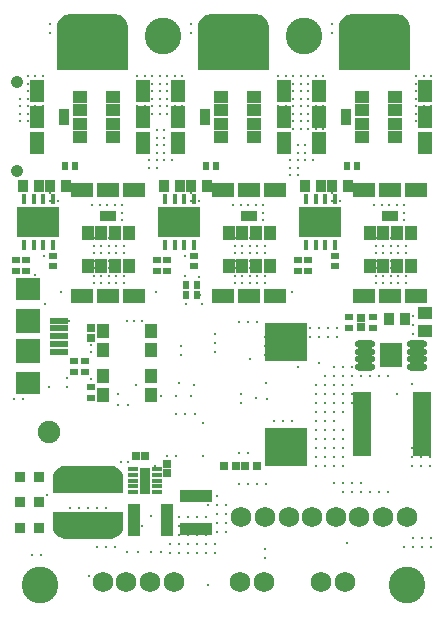
<source format=gts>
G04 Layer_Color=8388736*
%FSAX25Y25*%
%MOIN*%
G70*
G01*
G75*
%ADD46C,0.12205*%
%ADD47C,0.07480*%
%ADD84R,0.01781X0.03750*%
%ADD85R,0.13907X0.10246*%
%ADD86R,0.03356X0.04143*%
%ADD87R,0.14379X0.12900*%
%ADD88R,0.07293X0.04931*%
%ADD89R,0.05718X0.03356*%
%ADD90R,0.03947X0.04931*%
%ADD91R,0.04931X0.07293*%
%ADD92R,0.04931X0.03947*%
%ADD93R,0.03356X0.05718*%
%ADD94R,0.08100X0.08100*%
%ADD95R,0.08100X0.07700*%
%ADD96R,0.06200X0.02000*%
%ADD97R,0.04143X0.04537*%
G04:AMPARAMS|DCode=98|XSize=88.68mil|YSize=234.35mil|CornerRadius=44.34mil|HoleSize=0mil|Usage=FLASHONLY|Rotation=270.000|XOffset=0mil|YOffset=0mil|HoleType=Round|Shape=RoundedRectangle|*
%AMROUNDEDRECTD98*
21,1,0.08868,0.14567,0,0,270.0*
21,1,0.00000,0.23435,0,0,270.0*
1,1,0.08868,-0.07284,0.00000*
1,1,0.08868,-0.07284,0.00000*
1,1,0.08868,0.07284,0.00000*
1,1,0.08868,0.07284,0.00000*
%
%ADD98ROUNDEDRECTD98*%
%ADD99R,0.02765X0.03159*%
%ADD100R,0.07411X0.07883*%
%ADD101O,0.06702X0.02372*%
%ADD102R,0.03750X0.08789*%
%ADD103R,0.03356X0.01781*%
%ADD104R,0.05915X0.21466*%
%ADD105R,0.04340X0.10836*%
%ADD106R,0.10836X0.04340*%
%ADD107R,0.04537X0.04143*%
%ADD108R,0.02647X0.02647*%
%ADD109R,0.02765X0.02372*%
%ADD110R,0.02372X0.02765*%
%ADD111R,0.02647X0.02647*%
%ADD112R,0.03356X0.03750*%
%ADD113C,0.04143*%
%ADD114C,0.06900*%
%ADD115C,0.01200*%
G36*
X0561680Y0260612D02*
D01*
X0561680D01*
X0562067Y0260612D01*
X0562073Y0260611D01*
X0562079Y0260612D01*
X0562097Y0260610D01*
X0562114Y0260608D01*
X0562120Y0260607D01*
X0562126Y0260606D01*
X0562887Y0260455D01*
X0562892Y0260453D01*
X0562898Y0260452D01*
X0562915Y0260447D01*
X0562932Y0260442D01*
X0562937Y0260439D01*
X0562943Y0260438D01*
X0563659Y0260141D01*
X0563665Y0260138D01*
X0563670Y0260136D01*
X0563686Y0260127D01*
X0563702Y0260119D01*
X0563706Y0260116D01*
X0563712Y0260113D01*
X0564356Y0259682D01*
X0564361Y0259679D01*
X0564366Y0259675D01*
X0564379Y0259664D01*
X0564393Y0259653D01*
X0564397Y0259649D01*
X0564402Y0259645D01*
X0564950Y0259096D01*
X0564954Y0259092D01*
X0564958Y0259088D01*
X0564969Y0259074D01*
X0564981Y0259061D01*
X0564984Y0259055D01*
X0564988Y0259051D01*
X0565418Y0258406D01*
X0565421Y0258401D01*
X0565425Y0258396D01*
X0565433Y0258380D01*
X0565442Y0258365D01*
X0565444Y0258359D01*
X0565446Y0258354D01*
X0565743Y0257638D01*
X0565745Y0257632D01*
X0565747Y0257627D01*
X0565752Y0257610D01*
X0565758Y0257593D01*
X0565759Y0257587D01*
X0565760Y0257581D01*
X0565911Y0256821D01*
X0565912Y0256815D01*
X0565913Y0256809D01*
X0565915Y0256791D01*
X0565917Y0256774D01*
X0565917Y0256768D01*
X0565917Y0256762D01*
Y0256377D01*
X0565917Y0256377D01*
X0565917Y0256376D01*
Y0256375D01*
X0565917Y0256374D01*
X0565917Y0252043D01*
X0565913Y0251996D01*
X0565903Y0251950D01*
X0565884Y0251907D01*
X0565860Y0251866D01*
X0565829Y0251831D01*
X0565793Y0251800D01*
X0565753Y0251775D01*
X0565709Y0251757D01*
X0565663Y0251746D01*
X0565616Y0251742D01*
X0542782D01*
X0542782D01*
D01*
X0542735Y0251746D01*
X0542689Y0251757D01*
X0542671Y0251765D01*
X0542645Y0251775D01*
X0542605Y0251800D01*
X0542569Y0251831D01*
Y0251831D01*
X0542569D01*
X0542538Y0251866D01*
X0542514Y0251907D01*
X0542503Y0251932D01*
X0542496Y0251950D01*
X0542485Y0251996D01*
X0542481Y0252043D01*
Y0252043D01*
D01*
X0542481Y0256374D01*
X0542481Y0256762D01*
X0542482Y0256768D01*
X0542481Y0256773D01*
X0542483Y0256791D01*
X0542485Y0256809D01*
X0542486Y0256814D01*
X0542487Y0256820D01*
X0542638Y0257581D01*
X0542640Y0257587D01*
X0542641Y0257593D01*
X0542646Y0257609D01*
X0542651Y0257626D01*
X0542653Y0257632D01*
X0542655Y0257637D01*
X0542952Y0258354D01*
X0542955Y0258359D01*
X0542957Y0258365D01*
X0542965Y0258380D01*
X0542973Y0258396D01*
X0542977Y0258401D01*
X0542980Y0258406D01*
X0543410Y0259051D01*
X0543414Y0259055D01*
X0543417Y0259060D01*
X0543429Y0259074D01*
X0543440Y0259088D01*
X0543444Y0259092D01*
X0543448Y0259096D01*
X0543996Y0259645D01*
X0544001Y0259648D01*
X0544005Y0259653D01*
X0544019Y0259664D01*
X0544032Y0259675D01*
X0544037Y0259679D01*
X0544042Y0259682D01*
X0544687Y0260113D01*
X0544692Y0260116D01*
X0544697Y0260119D01*
X0544712Y0260127D01*
X0544728Y0260136D01*
X0544733Y0260138D01*
X0544739Y0260141D01*
X0545455Y0260438D01*
X0545461Y0260439D01*
X0545466Y0260442D01*
X0545483Y0260447D01*
X0545500Y0260452D01*
X0545506Y0260453D01*
X0545512Y0260455D01*
X0546272Y0260606D01*
X0546278Y0260607D01*
X0546284Y0260608D01*
X0546302Y0260610D01*
X0546319Y0260612D01*
X0546325Y0260611D01*
X0546331Y0260612D01*
X0546718Y0260612D01*
X0546719Y0260612D01*
X0561680Y0260612D01*
D02*
G37*
G36*
X0565627Y0245257D02*
X0565663Y0245254D01*
X0565709Y0245243D01*
X0565709Y0245243D01*
X0565709D01*
X0565753Y0245225D01*
X0565787Y0245204D01*
X0565793Y0245200D01*
X0565793Y0245200D01*
X0565793Y0245200D01*
X0565817Y0245180D01*
X0565829Y0245169D01*
X0565829Y0245169D01*
X0565829Y0245169D01*
X0565839Y0245157D01*
X0565860Y0245134D01*
X0565860Y0245134D01*
X0565860Y0245134D01*
X0565864Y0245127D01*
X0565884Y0245093D01*
X0565902Y0245050D01*
Y0245050D01*
X0565902Y0245050D01*
X0565913Y0245004D01*
X0565916Y0244968D01*
X0565917Y0244957D01*
X0565918Y0240626D01*
X0565918Y0240626D01*
X0565917Y0240238D01*
X0565917Y0240232D01*
X0565917Y0240226D01*
X0565915Y0240209D01*
X0565914Y0240191D01*
X0565912Y0240185D01*
X0565912Y0240179D01*
X0565760Y0239419D01*
X0565759Y0239413D01*
X0565758Y0239407D01*
X0565752Y0239390D01*
X0565747Y0239373D01*
X0565745Y0239368D01*
X0565743Y0239362D01*
X0565446Y0238646D01*
X0565444Y0238640D01*
X0565442Y0238635D01*
X0565433Y0238619D01*
X0565425Y0238604D01*
X0565421Y0238599D01*
X0565418Y0238594D01*
X0564988Y0237949D01*
X0564984Y0237944D01*
X0564981Y0237939D01*
X0564969Y0237926D01*
X0564958Y0237912D01*
X0564954Y0237908D01*
X0564950Y0237903D01*
X0564402Y0237355D01*
X0564397Y0237351D01*
X0564393Y0237347D01*
X0564379Y0237336D01*
X0564366Y0237324D01*
X0564361Y0237321D01*
X0564356Y0237317D01*
X0563711Y0236887D01*
X0563706Y0236884D01*
X0563701Y0236880D01*
X0563686Y0236872D01*
X0563670Y0236864D01*
X0563664Y0236862D01*
X0563659Y0236859D01*
X0562943Y0236562D01*
X0562937Y0236560D01*
X0562932Y0236558D01*
X0562915Y0236553D01*
X0562898Y0236548D01*
X0562892Y0236547D01*
X0562886Y0236545D01*
X0562126Y0236394D01*
X0562120Y0236393D01*
X0562114Y0236392D01*
X0562096Y0236390D01*
X0562079Y0236388D01*
X0562073Y0236388D01*
X0562067Y0236388D01*
X0561679D01*
X0546719Y0236388D01*
X0546719Y0236388D01*
X0546331Y0236388D01*
X0546325Y0236388D01*
X0546319Y0236388D01*
X0546302Y0236390D01*
X0546284Y0236392D01*
X0546278Y0236393D01*
X0546273Y0236394D01*
X0545512Y0236545D01*
X0545506Y0236547D01*
X0545500Y0236548D01*
X0545483Y0236553D01*
X0545466Y0236558D01*
X0545461Y0236560D01*
X0545455Y0236562D01*
X0544739Y0236859D01*
X0544734Y0236862D01*
X0544728Y0236864D01*
X0544713Y0236872D01*
X0544697Y0236880D01*
X0544692Y0236884D01*
X0544687Y0236887D01*
X0544042Y0237318D01*
X0544037Y0237321D01*
X0544032Y0237324D01*
X0544019Y0237336D01*
X0544005Y0237347D01*
X0544001Y0237351D01*
X0543996Y0237355D01*
X0543448Y0237903D01*
X0543444Y0237908D01*
X0543440Y0237912D01*
X0543429Y0237926D01*
X0543417Y0237939D01*
X0543414Y0237945D01*
X0543411Y0237949D01*
X0542980Y0238594D01*
X0542977Y0238599D01*
X0542973Y0238604D01*
X0542965Y0238620D01*
X0542957Y0238635D01*
X0542955Y0238641D01*
X0542952Y0238646D01*
X0542655Y0239362D01*
X0542653Y0239368D01*
X0542651Y0239373D01*
X0542646Y0239390D01*
X0542640Y0239407D01*
X0542639Y0239413D01*
X0542638Y0239419D01*
X0542487Y0240179D01*
X0542486Y0240185D01*
X0542485Y0240191D01*
X0542483Y0240209D01*
X0542481Y0240226D01*
X0542481Y0240232D01*
X0542481Y0240238D01*
X0542481Y0240626D01*
D01*
Y0240626D01*
X0542481Y0244957D01*
Y0244957D01*
D01*
X0542484Y0245004D01*
X0542495Y0245050D01*
X0542513Y0245093D01*
X0542528Y0245118D01*
X0542538Y0245134D01*
X0542569Y0245169D01*
X0542569D01*
Y0245169D01*
X0542605Y0245200D01*
X0542620Y0245210D01*
X0542645Y0245225D01*
X0542689Y0245243D01*
X0542734Y0245254D01*
X0542781Y0245258D01*
X0542781D01*
D01*
X0565616D01*
X0565627Y0245257D01*
D02*
G37*
G36*
X0563200Y0411301D02*
X0563593Y0411301D01*
X0563599Y0411300D01*
X0563605Y0411301D01*
X0563622Y0411299D01*
X0563640Y0411297D01*
X0563646Y0411296D01*
X0563652Y0411295D01*
X0564425Y0411141D01*
X0564430Y0411140D01*
X0564436Y0411139D01*
X0564453Y0411133D01*
X0564470Y0411129D01*
X0564475Y0411126D01*
X0564481Y0411124D01*
X0565209Y0410823D01*
X0565214Y0410820D01*
X0565220Y0410818D01*
X0565235Y0410809D01*
X0565251Y0410801D01*
X0565256Y0410798D01*
X0565261Y0410795D01*
X0565916Y0410357D01*
X0565921Y0410354D01*
X0565926Y0410351D01*
X0565939Y0410339D01*
X0565953Y0410328D01*
X0565957Y0410324D01*
X0565962Y0410320D01*
X0566519Y0409763D01*
X0566523Y0409758D01*
X0566527Y0409754D01*
X0566538Y0409740D01*
X0566550Y0409727D01*
X0566553Y0409722D01*
X0566556Y0409717D01*
X0566994Y0409062D01*
X0566997Y0409057D01*
X0567000Y0409052D01*
X0567008Y0409036D01*
X0567017Y0409021D01*
X0567019Y0409015D01*
X0567022Y0409010D01*
X0567323Y0408282D01*
X0567325Y0408276D01*
X0567328Y0408271D01*
X0567333Y0408254D01*
X0567338Y0408237D01*
X0567339Y0408231D01*
X0567341Y0408225D01*
X0567494Y0407453D01*
X0567495Y0407447D01*
X0567496Y0407441D01*
X0567498Y0407423D01*
X0567500Y0407406D01*
X0567500Y0407400D01*
X0567500Y0407394D01*
Y0407000D01*
X0567500Y0393000D01*
X0567496Y0392953D01*
X0567485Y0392907D01*
X0567467Y0392863D01*
X0567443Y0392823D01*
X0567412Y0392787D01*
X0567376Y0392757D01*
X0567336Y0392732D01*
X0567292Y0392714D01*
X0567246Y0392703D01*
X0567199Y0392699D01*
X0544199D01*
X0544152Y0392703D01*
X0544106Y0392714D01*
X0544063Y0392732D01*
X0544022Y0392757D01*
X0543986Y0392787D01*
X0543956Y0392823D01*
X0543931Y0392863D01*
X0543913Y0392907D01*
X0543902Y0392953D01*
X0543898Y0393000D01*
X0543898Y0407000D01*
X0543898Y0407394D01*
X0543899Y0407400D01*
X0543898Y0407406D01*
X0543900Y0407423D01*
X0543902Y0407441D01*
X0543903Y0407447D01*
X0543904Y0407453D01*
X0544058Y0408225D01*
X0544059Y0408231D01*
X0544060Y0408237D01*
X0544066Y0408254D01*
X0544070Y0408271D01*
X0544073Y0408276D01*
X0544075Y0408282D01*
X0544376Y0409010D01*
X0544379Y0409015D01*
X0544381Y0409021D01*
X0544390Y0409036D01*
X0544398Y0409052D01*
X0544401Y0409057D01*
X0544404Y0409062D01*
X0544842Y0409717D01*
X0544845Y0409722D01*
X0544849Y0409727D01*
X0544860Y0409740D01*
X0544871Y0409754D01*
X0544875Y0409758D01*
X0544879Y0409763D01*
X0545436Y0410320D01*
X0545441Y0410324D01*
X0545445Y0410328D01*
X0545459Y0410339D01*
X0545472Y0410351D01*
X0545477Y0410354D01*
X0545482Y0410357D01*
X0546137Y0410795D01*
X0546142Y0410798D01*
X0546147Y0410801D01*
X0546163Y0410809D01*
X0546178Y0410818D01*
X0546184Y0410820D01*
X0546189Y0410823D01*
X0546917Y0411124D01*
X0546923Y0411126D01*
X0546928Y0411129D01*
X0546945Y0411133D01*
X0546962Y0411139D01*
X0546968Y0411140D01*
X0546974Y0411141D01*
X0547746Y0411295D01*
X0547752Y0411296D01*
X0547758Y0411297D01*
X0547776Y0411299D01*
X0547793Y0411301D01*
X0547799Y0411301D01*
X0547805Y0411301D01*
X0548199Y0411301D01*
X0563199Y0411301D01*
X0563200Y0411301D01*
D02*
G37*
G36*
X0657200D02*
X0657593Y0411301D01*
X0657599Y0411300D01*
X0657605Y0411301D01*
X0657622Y0411299D01*
X0657640Y0411297D01*
X0657646Y0411296D01*
X0657652Y0411295D01*
X0658425Y0411141D01*
X0658430Y0411140D01*
X0658436Y0411139D01*
X0658453Y0411133D01*
X0658470Y0411129D01*
X0658475Y0411126D01*
X0658481Y0411124D01*
X0659209Y0410823D01*
X0659214Y0410820D01*
X0659220Y0410818D01*
X0659235Y0410809D01*
X0659251Y0410801D01*
X0659256Y0410798D01*
X0659261Y0410795D01*
X0659916Y0410357D01*
X0659921Y0410354D01*
X0659926Y0410351D01*
X0659939Y0410339D01*
X0659953Y0410328D01*
X0659957Y0410324D01*
X0659962Y0410320D01*
X0660519Y0409763D01*
X0660523Y0409758D01*
X0660527Y0409754D01*
X0660538Y0409740D01*
X0660550Y0409727D01*
X0660553Y0409722D01*
X0660556Y0409717D01*
X0660994Y0409062D01*
X0660997Y0409057D01*
X0661000Y0409052D01*
X0661009Y0409036D01*
X0661017Y0409021D01*
X0661019Y0409015D01*
X0661022Y0409010D01*
X0661323Y0408282D01*
X0661325Y0408276D01*
X0661328Y0408271D01*
X0661333Y0408254D01*
X0661338Y0408237D01*
X0661339Y0408231D01*
X0661341Y0408225D01*
X0661494Y0407453D01*
X0661495Y0407447D01*
X0661496Y0407441D01*
X0661498Y0407423D01*
X0661500Y0407406D01*
X0661500Y0407400D01*
X0661500Y0407394D01*
Y0407000D01*
X0661500Y0393000D01*
X0661496Y0392953D01*
X0661485Y0392907D01*
X0661467Y0392863D01*
X0661443Y0392823D01*
X0661412Y0392787D01*
X0661376Y0392757D01*
X0661336Y0392732D01*
X0661292Y0392714D01*
X0661246Y0392703D01*
X0661199Y0392699D01*
X0638199D01*
X0638152Y0392703D01*
X0638106Y0392714D01*
X0638062Y0392732D01*
X0638022Y0392757D01*
X0637986Y0392787D01*
X0637956Y0392823D01*
X0637931Y0392863D01*
X0637913Y0392907D01*
X0637902Y0392953D01*
X0637898Y0393000D01*
X0637898Y0407000D01*
X0637898Y0407394D01*
X0637899Y0407400D01*
X0637898Y0407406D01*
X0637900Y0407423D01*
X0637902Y0407441D01*
X0637903Y0407447D01*
X0637904Y0407453D01*
X0638058Y0408225D01*
X0638059Y0408231D01*
X0638060Y0408237D01*
X0638066Y0408254D01*
X0638070Y0408271D01*
X0638073Y0408276D01*
X0638075Y0408282D01*
X0638376Y0409010D01*
X0638379Y0409015D01*
X0638381Y0409021D01*
X0638390Y0409036D01*
X0638398Y0409052D01*
X0638401Y0409057D01*
X0638404Y0409062D01*
X0638842Y0409717D01*
X0638845Y0409722D01*
X0638849Y0409727D01*
X0638860Y0409740D01*
X0638871Y0409754D01*
X0638875Y0409758D01*
X0638879Y0409763D01*
X0639436Y0410320D01*
X0639441Y0410324D01*
X0639445Y0410328D01*
X0639459Y0410339D01*
X0639472Y0410351D01*
X0639477Y0410354D01*
X0639482Y0410357D01*
X0640137Y0410795D01*
X0640142Y0410798D01*
X0640147Y0410801D01*
X0640163Y0410809D01*
X0640178Y0410818D01*
X0640184Y0410820D01*
X0640189Y0410823D01*
X0640917Y0411124D01*
X0640923Y0411126D01*
X0640928Y0411129D01*
X0640945Y0411133D01*
X0640962Y0411139D01*
X0640968Y0411140D01*
X0640974Y0411141D01*
X0641746Y0411295D01*
X0641752Y0411296D01*
X0641758Y0411297D01*
X0641776Y0411299D01*
X0641793Y0411301D01*
X0641799Y0411301D01*
X0641805Y0411301D01*
X0642199Y0411301D01*
X0657199Y0411301D01*
X0657200Y0411301D01*
D02*
G37*
G36*
X0610200D02*
X0610593Y0411301D01*
X0610599Y0411300D01*
X0610605Y0411301D01*
X0610622Y0411299D01*
X0610640Y0411297D01*
X0610646Y0411296D01*
X0610652Y0411295D01*
X0611425Y0411141D01*
X0611430Y0411140D01*
X0611436Y0411139D01*
X0611453Y0411133D01*
X0611470Y0411129D01*
X0611476Y0411126D01*
X0611481Y0411124D01*
X0612209Y0410823D01*
X0612214Y0410820D01*
X0612220Y0410818D01*
X0612235Y0410809D01*
X0612251Y0410801D01*
X0612256Y0410798D01*
X0612261Y0410795D01*
X0612916Y0410357D01*
X0612921Y0410354D01*
X0612926Y0410351D01*
X0612939Y0410339D01*
X0612953Y0410328D01*
X0612957Y0410324D01*
X0612962Y0410320D01*
X0613519Y0409763D01*
X0613523Y0409758D01*
X0613527Y0409754D01*
X0613538Y0409740D01*
X0613550Y0409727D01*
X0613553Y0409722D01*
X0613556Y0409717D01*
X0613994Y0409062D01*
X0613997Y0409057D01*
X0614000Y0409052D01*
X0614009Y0409036D01*
X0614017Y0409021D01*
X0614019Y0409015D01*
X0614022Y0409010D01*
X0614323Y0408282D01*
X0614325Y0408276D01*
X0614328Y0408271D01*
X0614332Y0408254D01*
X0614338Y0408237D01*
X0614339Y0408231D01*
X0614340Y0408225D01*
X0614494Y0407453D01*
X0614495Y0407447D01*
X0614496Y0407441D01*
X0614498Y0407423D01*
X0614500Y0407406D01*
X0614500Y0407400D01*
X0614500Y0407394D01*
Y0407000D01*
X0614500Y0393000D01*
X0614496Y0392953D01*
X0614485Y0392907D01*
X0614467Y0392863D01*
X0614443Y0392823D01*
X0614412Y0392787D01*
X0614376Y0392757D01*
X0614336Y0392732D01*
X0614292Y0392714D01*
X0614246Y0392703D01*
X0614199Y0392699D01*
X0591199D01*
X0591152Y0392703D01*
X0591106Y0392714D01*
X0591062Y0392732D01*
X0591022Y0392757D01*
X0590986Y0392787D01*
X0590956Y0392823D01*
X0590931Y0392863D01*
X0590913Y0392907D01*
X0590902Y0392953D01*
X0590898Y0393000D01*
X0590898Y0407000D01*
X0590898Y0407394D01*
X0590899Y0407400D01*
X0590898Y0407406D01*
X0590901Y0407423D01*
X0590902Y0407441D01*
X0590903Y0407447D01*
X0590904Y0407453D01*
X0591058Y0408225D01*
X0591059Y0408231D01*
X0591060Y0408237D01*
X0591066Y0408254D01*
X0591071Y0408271D01*
X0591073Y0408276D01*
X0591075Y0408282D01*
X0591376Y0409010D01*
X0591379Y0409015D01*
X0591381Y0409021D01*
X0591390Y0409036D01*
X0591398Y0409052D01*
X0591401Y0409057D01*
X0591404Y0409062D01*
X0591842Y0409717D01*
X0591846Y0409722D01*
X0591849Y0409727D01*
X0591860Y0409740D01*
X0591871Y0409754D01*
X0591876Y0409758D01*
X0591879Y0409763D01*
X0592436Y0410320D01*
X0592441Y0410324D01*
X0592445Y0410328D01*
X0592459Y0410339D01*
X0592472Y0410351D01*
X0592477Y0410354D01*
X0592482Y0410357D01*
X0593137Y0410795D01*
X0593142Y0410798D01*
X0593147Y0410801D01*
X0593163Y0410809D01*
X0593178Y0410818D01*
X0593184Y0410820D01*
X0593189Y0410823D01*
X0593917Y0411124D01*
X0593923Y0411126D01*
X0593928Y0411129D01*
X0593945Y0411133D01*
X0593962Y0411139D01*
X0593968Y0411140D01*
X0593974Y0411141D01*
X0594746Y0411295D01*
X0594752Y0411296D01*
X0594758Y0411297D01*
X0594776Y0411299D01*
X0594793Y0411301D01*
X0594799Y0411301D01*
X0594805Y0411301D01*
X0595199Y0411301D01*
X0610199Y0411301D01*
X0610200Y0411301D01*
D02*
G37*
D46*
X0538199Y0221000D02*
D03*
X0660699D02*
D03*
X0626199Y0404000D02*
D03*
X0579199D02*
D03*
D47*
X0541239Y0271970D02*
D03*
D84*
X0542423Y0349776D02*
D03*
X0539274D02*
D03*
X0536124D02*
D03*
X0532975D02*
D03*
X0542423Y0334224D02*
D03*
X0539274D02*
D03*
X0536124D02*
D03*
X0532975D02*
D03*
X0579975D02*
D03*
X0583124D02*
D03*
X0586274D02*
D03*
X0589424D02*
D03*
X0579975Y0349776D02*
D03*
X0583124D02*
D03*
X0586274D02*
D03*
X0589424D02*
D03*
X0636423D02*
D03*
X0633274D02*
D03*
X0630124D02*
D03*
X0626975D02*
D03*
X0636423Y0334224D02*
D03*
X0633274D02*
D03*
X0630124D02*
D03*
X0626975D02*
D03*
D85*
X0537699Y0342000D02*
D03*
X0584699D02*
D03*
X0631699D02*
D03*
D86*
X0546955Y0354000D02*
D03*
X0541443D02*
D03*
X0659955Y0309500D02*
D03*
X0654443D02*
D03*
X0640955Y0354000D02*
D03*
X0635443D02*
D03*
X0593955D02*
D03*
X0588443D02*
D03*
X0537955Y0354000D02*
D03*
X0532443D02*
D03*
X0584955D02*
D03*
X0579443D02*
D03*
X0631955D02*
D03*
X0626443D02*
D03*
D87*
X0620349Y0266900D02*
D03*
Y0302100D02*
D03*
D88*
X0663661Y0352716D02*
D03*
X0655000D02*
D03*
X0646339D02*
D03*
Y0317284D02*
D03*
X0655000D02*
D03*
X0663661D02*
D03*
X0616661D02*
D03*
X0608000D02*
D03*
X0599339D02*
D03*
Y0352716D02*
D03*
X0608000D02*
D03*
X0616661D02*
D03*
X0569661D02*
D03*
X0561000D02*
D03*
X0552339D02*
D03*
Y0317284D02*
D03*
X0561000D02*
D03*
X0569661D02*
D03*
D89*
X0655000Y0343858D02*
D03*
X0608000D02*
D03*
X0561000D02*
D03*
D90*
X0648209Y0338347D02*
D03*
X0652736D02*
D03*
X0657264D02*
D03*
X0661791D02*
D03*
Y0327323D02*
D03*
X0657264D02*
D03*
X0652736D02*
D03*
X0648209D02*
D03*
X0601209D02*
D03*
X0605736D02*
D03*
X0610264D02*
D03*
X0614791D02*
D03*
Y0338347D02*
D03*
X0610264D02*
D03*
X0605736D02*
D03*
X0601209D02*
D03*
X0554209D02*
D03*
X0558736D02*
D03*
X0563264D02*
D03*
X0567791D02*
D03*
Y0327323D02*
D03*
X0563264D02*
D03*
X0558736D02*
D03*
X0554209D02*
D03*
D91*
X0666716Y0385661D02*
D03*
Y0377000D02*
D03*
Y0368339D02*
D03*
X0631284D02*
D03*
Y0377000D02*
D03*
Y0385661D02*
D03*
X0584283D02*
D03*
Y0377000D02*
D03*
Y0368339D02*
D03*
X0619717D02*
D03*
Y0377000D02*
D03*
Y0385661D02*
D03*
X0572717D02*
D03*
Y0377000D02*
D03*
Y0368339D02*
D03*
X0537284D02*
D03*
Y0377000D02*
D03*
Y0385661D02*
D03*
D92*
X0656677Y0370209D02*
D03*
Y0374736D02*
D03*
Y0379264D02*
D03*
Y0383791D02*
D03*
X0645653D02*
D03*
Y0379264D02*
D03*
Y0374736D02*
D03*
Y0370209D02*
D03*
X0598654D02*
D03*
Y0374736D02*
D03*
Y0379264D02*
D03*
Y0383791D02*
D03*
X0609677D02*
D03*
Y0379264D02*
D03*
Y0374736D02*
D03*
Y0370209D02*
D03*
X0562677D02*
D03*
Y0374736D02*
D03*
Y0379264D02*
D03*
Y0383791D02*
D03*
X0551653D02*
D03*
Y0379264D02*
D03*
Y0374736D02*
D03*
Y0370209D02*
D03*
D93*
X0640142Y0377000D02*
D03*
X0593142D02*
D03*
X0546142D02*
D03*
D94*
X0534199Y0299000D02*
D03*
Y0309000D02*
D03*
D95*
Y0288200D02*
D03*
Y0319748D02*
D03*
D96*
X0544699Y0301400D02*
D03*
Y0304000D02*
D03*
Y0306559D02*
D03*
Y0298800D02*
D03*
Y0309118D02*
D03*
D97*
X0575270Y0284350D02*
D03*
Y0290650D02*
D03*
X0559128Y0284350D02*
D03*
Y0290650D02*
D03*
Y0305650D02*
D03*
Y0299350D02*
D03*
X0575270Y0305650D02*
D03*
Y0299350D02*
D03*
D98*
X0554199Y0256177D02*
D03*
Y0240823D02*
D03*
D99*
X0606731Y0260500D02*
D03*
X0610668D02*
D03*
X0603668Y0260500D02*
D03*
X0599731D02*
D03*
D100*
X0655199Y0297500D02*
D03*
D101*
X0646636Y0301339D02*
D03*
Y0298780D02*
D03*
Y0296220D02*
D03*
Y0293661D02*
D03*
X0663762Y0301339D02*
D03*
Y0298780D02*
D03*
Y0296220D02*
D03*
Y0293661D02*
D03*
D102*
X0573199Y0255801D02*
D03*
D103*
X0577097Y0251864D02*
D03*
X0569302D02*
D03*
Y0253832D02*
D03*
Y0255801D02*
D03*
Y0257769D02*
D03*
Y0259738D02*
D03*
X0577097D02*
D03*
Y0257769D02*
D03*
Y0255801D02*
D03*
Y0253832D02*
D03*
D104*
X0665591Y0274500D02*
D03*
X0645709D02*
D03*
D105*
X0580711Y0242801D02*
D03*
X0569687D02*
D03*
D106*
X0590199Y0239500D02*
D03*
Y0250524D02*
D03*
D107*
X0666699Y0311799D02*
D03*
Y0305500D02*
D03*
D108*
X0555199Y0306575D02*
D03*
Y0303425D02*
D03*
X0580699Y0261376D02*
D03*
Y0258226D02*
D03*
X0645199Y0306925D02*
D03*
Y0310075D02*
D03*
D109*
X0624199Y0325728D02*
D03*
Y0329272D02*
D03*
X0577199Y0325728D02*
D03*
Y0329272D02*
D03*
X0530199Y0325728D02*
D03*
Y0329272D02*
D03*
X0627699Y0329272D02*
D03*
Y0325728D02*
D03*
X0580699Y0329272D02*
D03*
Y0325728D02*
D03*
X0533699Y0329272D02*
D03*
Y0325728D02*
D03*
X0553199Y0291957D02*
D03*
Y0295500D02*
D03*
X0549699Y0291957D02*
D03*
Y0295500D02*
D03*
X0555199Y0283457D02*
D03*
Y0287000D02*
D03*
X0542699Y0327228D02*
D03*
Y0330772D02*
D03*
X0589699Y0327228D02*
D03*
Y0330772D02*
D03*
X0636699Y0327228D02*
D03*
Y0330772D02*
D03*
X0641199Y0306728D02*
D03*
Y0310272D02*
D03*
X0649199Y0306728D02*
D03*
Y0310272D02*
D03*
D110*
X0549971Y0360500D02*
D03*
X0546427D02*
D03*
X0596971D02*
D03*
X0593428D02*
D03*
X0643971D02*
D03*
X0640427D02*
D03*
X0590471Y0321000D02*
D03*
X0586928D02*
D03*
X0586928Y0317500D02*
D03*
X0590471D02*
D03*
D111*
X0573274Y0264000D02*
D03*
X0570124D02*
D03*
D112*
X0537849Y0248500D02*
D03*
X0531550D02*
D03*
X0537849Y0240000D02*
D03*
X0531550D02*
D03*
X0537849Y0257000D02*
D03*
X0531550D02*
D03*
D113*
X0530499Y0359000D02*
D03*
Y0388528D02*
D03*
D114*
X0660443Y0243500D02*
D03*
X0652569D02*
D03*
X0636873D02*
D03*
X0628973D02*
D03*
X0621073D02*
D03*
X0613199D02*
D03*
X0605325D02*
D03*
X0644695D02*
D03*
X0582837Y0222000D02*
D03*
X0574937D02*
D03*
X0567063D02*
D03*
X0559189D02*
D03*
X0612937D02*
D03*
X0605063D02*
D03*
X0632063D02*
D03*
X0639937D02*
D03*
D115*
X0592199Y0314500D02*
D03*
X0591199Y0323500D02*
D03*
X0586774Y0314500D02*
D03*
X0629199Y0362500D02*
D03*
X0640955Y0354000D02*
D03*
X0546955D02*
D03*
X0593955D02*
D03*
X0544199Y0349000D02*
D03*
X0582199Y0362500D02*
D03*
X0591199Y0349000D02*
D03*
X0541699Y0351500D02*
D03*
X0588699D02*
D03*
Y0349000D02*
D03*
X0541699D02*
D03*
X0557624Y0292500D02*
D03*
X0662199Y0288000D02*
D03*
X0638199Y0349000D02*
D03*
X0635699Y0351500D02*
D03*
Y0349000D02*
D03*
X0577199Y0360000D02*
D03*
X0574699D02*
D03*
Y0362500D02*
D03*
X0579699D02*
D03*
X0577199D02*
D03*
X0621699Y0357500D02*
D03*
Y0360000D02*
D03*
Y0362500D02*
D03*
X0624199Y0357500D02*
D03*
Y0360000D02*
D03*
X0626699Y0362500D02*
D03*
X0624199D02*
D03*
X0624699Y0329500D02*
D03*
X0577699D02*
D03*
X0539699Y0330500D02*
D03*
X0530199Y0325728D02*
D03*
X0589699Y0287500D02*
D03*
X0585199Y0300500D02*
D03*
Y0297500D02*
D03*
X0584592Y0288200D02*
D03*
X0588699Y0284000D02*
D03*
X0583699D02*
D03*
X0578699D02*
D03*
X0586699Y0330500D02*
D03*
X0596699Y0304500D02*
D03*
Y0301500D02*
D03*
Y0298500D02*
D03*
X0610668Y0260500D02*
D03*
X0631199Y0295000D02*
D03*
X0607699Y0254500D02*
D03*
X0604699D02*
D03*
X0653231Y0299468D02*
D03*
X0657168D02*
D03*
X0653231Y0295532D02*
D03*
X0657168D02*
D03*
X0565099Y0262000D02*
D03*
X0567699D02*
D03*
X0572199Y0240500D02*
D03*
X0668699Y0233500D02*
D03*
X0665699D02*
D03*
X0662699D02*
D03*
X0659699D02*
D03*
X0636199Y0255000D02*
D03*
X0613699Y0254500D02*
D03*
X0610699D02*
D03*
Y0308500D02*
D03*
X0560199Y0233500D02*
D03*
X0563199D02*
D03*
X0624199Y0293500D02*
D03*
X0613199Y0300500D02*
D03*
X0616199Y0275500D02*
D03*
X0613199Y0297500D02*
D03*
Y0303500D02*
D03*
X0616199Y0300500D02*
D03*
Y0303500D02*
D03*
X0619199Y0297500D02*
D03*
Y0300500D02*
D03*
Y0303500D02*
D03*
X0616199Y0306500D02*
D03*
X0619199D02*
D03*
Y0275500D02*
D03*
X0622199D02*
D03*
Y0297500D02*
D03*
Y0300500D02*
D03*
X0625199Y0297500D02*
D03*
X0622199Y0303500D02*
D03*
X0625199D02*
D03*
X0628199D02*
D03*
X0634199D02*
D03*
X0631199D02*
D03*
X0637199D02*
D03*
X0625199Y0306500D02*
D03*
X0628199D02*
D03*
X0631199D02*
D03*
X0634199D02*
D03*
X0637199D02*
D03*
X0534199Y0288200D02*
D03*
Y0299000D02*
D03*
X0555199Y0298500D02*
D03*
Y0301000D02*
D03*
Y0303500D02*
D03*
X0575299Y0244146D02*
D03*
X0581699Y0231500D02*
D03*
Y0234500D02*
D03*
X0584699Y0231500D02*
D03*
Y0237500D02*
D03*
Y0234500D02*
D03*
Y0240500D02*
D03*
Y0243500D02*
D03*
X0580699Y0261376D02*
D03*
Y0264000D02*
D03*
X0583699D02*
D03*
X0575699Y0300575D02*
D03*
X0535199Y0342500D02*
D03*
X0537699D02*
D03*
X0539774Y0314500D02*
D03*
X0540199Y0342500D02*
D03*
X0535199Y0345000D02*
D03*
X0537699D02*
D03*
X0540199D02*
D03*
X0541699Y0405000D02*
D03*
X0555699Y0347500D02*
D03*
X0565699Y0345000D02*
D03*
X0558199Y0347500D02*
D03*
X0565699D02*
D03*
X0541699Y0408000D02*
D03*
X0563199Y0347500D02*
D03*
X0560699D02*
D03*
X0569699Y0309000D02*
D03*
X0567199D02*
D03*
X0565699Y0342500D02*
D03*
X0572199Y0309000D02*
D03*
X0582199Y0342500D02*
D03*
X0587199D02*
D03*
X0577199Y0365000D02*
D03*
Y0367500D02*
D03*
Y0372500D02*
D03*
Y0370000D02*
D03*
X0582199Y0345000D02*
D03*
X0584699Y0342500D02*
D03*
Y0345000D02*
D03*
X0587199D02*
D03*
X0579699Y0370000D02*
D03*
Y0372500D02*
D03*
Y0367500D02*
D03*
Y0365000D02*
D03*
X0587699Y0231500D02*
D03*
Y0234500D02*
D03*
X0590699Y0231500D02*
D03*
Y0234500D02*
D03*
X0587699Y0237500D02*
D03*
Y0240500D02*
D03*
X0590699Y0237500D02*
D03*
X0587699Y0243500D02*
D03*
X0590699Y0240500D02*
D03*
X0594199Y0221000D02*
D03*
X0593699Y0231500D02*
D03*
X0613199Y0230000D02*
D03*
X0593699Y0234500D02*
D03*
Y0237500D02*
D03*
X0596699Y0231500D02*
D03*
X0593699Y0240500D02*
D03*
X0596699Y0234500D02*
D03*
X0593699Y0243500D02*
D03*
X0590699D02*
D03*
X0607575Y0265000D02*
D03*
X0605199Y0284650D02*
D03*
X0610199Y0283272D02*
D03*
X0633199Y0275500D02*
D03*
X0630199Y0278500D02*
D03*
Y0275500D02*
D03*
X0614046Y0283059D02*
D03*
X0633199Y0278500D02*
D03*
X0630199Y0284500D02*
D03*
Y0281500D02*
D03*
X0636199Y0275500D02*
D03*
Y0278500D02*
D03*
X0640699Y0235000D02*
D03*
X0636199Y0281500D02*
D03*
X0633199D02*
D03*
X0639199Y0278500D02*
D03*
X0636199Y0284500D02*
D03*
X0639199Y0281500D02*
D03*
X0633199Y0284500D02*
D03*
X0630199Y0287500D02*
D03*
X0613719Y0288437D02*
D03*
X0633199Y0287500D02*
D03*
Y0290500D02*
D03*
X0636199Y0287500D02*
D03*
Y0290500D02*
D03*
X0639199Y0284500D02*
D03*
Y0290500D02*
D03*
Y0287500D02*
D03*
X0645199Y0290500D02*
D03*
X0642199D02*
D03*
X0654199D02*
D03*
X0648199D02*
D03*
X0651199D02*
D03*
X0612699Y0345000D02*
D03*
X0629199Y0342500D02*
D03*
X0612699D02*
D03*
X0629199Y0345000D02*
D03*
X0631699Y0342500D02*
D03*
X0602699Y0347500D02*
D03*
X0605199D02*
D03*
X0588699Y0405000D02*
D03*
Y0408000D02*
D03*
X0610199Y0347500D02*
D03*
X0607699D02*
D03*
X0631699Y0345000D02*
D03*
X0612699Y0347500D02*
D03*
X0624199Y0365000D02*
D03*
Y0367500D02*
D03*
X0626699D02*
D03*
Y0365000D02*
D03*
X0639199Y0293500D02*
D03*
X0636199D02*
D03*
X0642199D02*
D03*
X0648199D02*
D03*
X0645199D02*
D03*
X0654443Y0309500D02*
D03*
X0634199Y0342500D02*
D03*
Y0345000D02*
D03*
X0635699Y0405000D02*
D03*
Y0408000D02*
D03*
X0659699Y0345000D02*
D03*
X0649699Y0347500D02*
D03*
X0659699Y0342500D02*
D03*
X0654699Y0347500D02*
D03*
X0652199D02*
D03*
X0657199D02*
D03*
X0659699D02*
D03*
X0630199Y0263500D02*
D03*
Y0260500D02*
D03*
Y0266500D02*
D03*
X0633199Y0263500D02*
D03*
Y0260500D02*
D03*
X0630199Y0269500D02*
D03*
X0633199Y0266500D02*
D03*
X0630199Y0272500D02*
D03*
X0633199Y0269500D02*
D03*
Y0272500D02*
D03*
X0636199Y0263642D02*
D03*
Y0260500D02*
D03*
Y0269500D02*
D03*
Y0266500D02*
D03*
X0639199Y0263500D02*
D03*
Y0260500D02*
D03*
Y0266500D02*
D03*
Y0269500D02*
D03*
X0636199Y0272500D02*
D03*
X0639199D02*
D03*
X0657199Y0284574D02*
D03*
X0567699Y0281000D02*
D03*
X0554573Y0405000D02*
D03*
Y0408000D02*
D03*
X0601573D02*
D03*
Y0405000D02*
D03*
X0648573Y0408000D02*
D03*
Y0405000D02*
D03*
X0575156Y0232000D02*
D03*
X0567199D02*
D03*
X0551199Y0237500D02*
D03*
X0554199D02*
D03*
X0548199Y0240500D02*
D03*
X0554199D02*
D03*
X0551199Y0243500D02*
D03*
Y0240500D02*
D03*
X0554199Y0243500D02*
D03*
X0557199Y0240500D02*
D03*
Y0237500D02*
D03*
X0560199Y0240500D02*
D03*
X0563199D02*
D03*
X0570742Y0232000D02*
D03*
X0557199Y0243500D02*
D03*
X0560199D02*
D03*
X0569199Y0240500D02*
D03*
X0554199Y0246500D02*
D03*
X0557199D02*
D03*
X0560199D02*
D03*
X0578699Y0232000D02*
D03*
X0576499Y0260500D02*
D03*
X0613199Y0233000D02*
D03*
X0605199Y0281500D02*
D03*
X0608199Y0296272D02*
D03*
X0531699Y0375500D02*
D03*
X0534199D02*
D03*
X0536699D02*
D03*
Y0378000D02*
D03*
X0539199Y0375500D02*
D03*
Y0378000D02*
D03*
X0573199Y0375500D02*
D03*
X0570699D02*
D03*
X0578199Y0378000D02*
D03*
X0575699D02*
D03*
X0534199D02*
D03*
X0531699D02*
D03*
X0536699Y0380500D02*
D03*
X0534199D02*
D03*
X0570699Y0378000D02*
D03*
X0573199D02*
D03*
X0580699Y0380500D02*
D03*
X0573199D02*
D03*
X0583199Y0378000D02*
D03*
X0580699D02*
D03*
X0585699D02*
D03*
Y0380500D02*
D03*
X0617699Y0378000D02*
D03*
Y0375500D02*
D03*
X0531699Y0380500D02*
D03*
X0534199Y0383000D02*
D03*
X0531699D02*
D03*
X0534199Y0385500D02*
D03*
X0536699Y0383000D02*
D03*
Y0385500D02*
D03*
X0539199Y0380500D02*
D03*
Y0383000D02*
D03*
X0570699Y0380500D02*
D03*
X0573199Y0383000D02*
D03*
X0570699D02*
D03*
X0539199Y0385500D02*
D03*
X0573199D02*
D03*
X0570699D02*
D03*
X0534199Y0388000D02*
D03*
X0536699D02*
D03*
X0534199Y0390500D02*
D03*
X0570699Y0388000D02*
D03*
X0539199D02*
D03*
X0573199D02*
D03*
X0539199Y0390500D02*
D03*
X0536699D02*
D03*
X0573199D02*
D03*
X0570699D02*
D03*
X0575699Y0383000D02*
D03*
X0578199Y0380500D02*
D03*
X0575699D02*
D03*
X0578199Y0385500D02*
D03*
X0575699D02*
D03*
X0580699Y0383000D02*
D03*
X0578199D02*
D03*
X0583199Y0380500D02*
D03*
Y0383000D02*
D03*
X0617699Y0380500D02*
D03*
X0585699Y0383000D02*
D03*
X0583199Y0385500D02*
D03*
X0580699D02*
D03*
X0617699Y0383000D02*
D03*
Y0385500D02*
D03*
X0578199Y0388000D02*
D03*
X0575699D02*
D03*
X0583199D02*
D03*
X0580699D02*
D03*
X0578199Y0390500D02*
D03*
X0575699D02*
D03*
X0583199D02*
D03*
X0580699D02*
D03*
X0585699Y0385500D02*
D03*
Y0388000D02*
D03*
X0617699D02*
D03*
X0585699Y0390500D02*
D03*
X0620199Y0388000D02*
D03*
X0617699Y0390500D02*
D03*
X0662699Y0301500D02*
D03*
Y0304500D02*
D03*
Y0307500D02*
D03*
Y0310500D02*
D03*
X0622699Y0373000D02*
D03*
X0625199D02*
D03*
X0620199Y0375500D02*
D03*
X0627699Y0373000D02*
D03*
Y0375500D02*
D03*
X0632699Y0373000D02*
D03*
X0630199D02*
D03*
Y0375500D02*
D03*
X0632699D02*
D03*
X0665699Y0301500D02*
D03*
Y0310500D02*
D03*
X0668699D02*
D03*
X0620199Y0378000D02*
D03*
X0622699Y0375500D02*
D03*
Y0378000D02*
D03*
X0620199Y0380500D02*
D03*
Y0383000D02*
D03*
X0622699Y0380500D02*
D03*
Y0383000D02*
D03*
X0625199Y0375500D02*
D03*
Y0378000D02*
D03*
X0630199D02*
D03*
X0627699D02*
D03*
X0625199Y0380500D02*
D03*
Y0383000D02*
D03*
X0630199Y0380500D02*
D03*
X0627699D02*
D03*
X0622699Y0385500D02*
D03*
X0620199D02*
D03*
X0625199D02*
D03*
X0622699Y0388000D02*
D03*
Y0390500D02*
D03*
X0620199D02*
D03*
X0625199Y0388000D02*
D03*
Y0390500D02*
D03*
X0627699Y0383000D02*
D03*
Y0385500D02*
D03*
X0630199Y0383000D02*
D03*
Y0385500D02*
D03*
X0627699Y0388000D02*
D03*
Y0390500D02*
D03*
X0630199Y0388000D02*
D03*
Y0390500D02*
D03*
X0632699Y0378000D02*
D03*
X0663699Y0375500D02*
D03*
Y0378000D02*
D03*
X0632699Y0380500D02*
D03*
Y0383000D02*
D03*
X0663699Y0380500D02*
D03*
X0666199Y0375500D02*
D03*
Y0378000D02*
D03*
X0668699Y0375500D02*
D03*
Y0378000D02*
D03*
X0666199Y0380500D02*
D03*
Y0383000D02*
D03*
X0668699Y0380500D02*
D03*
Y0383000D02*
D03*
X0632699Y0385500D02*
D03*
X0663699Y0383000D02*
D03*
X0632699Y0388000D02*
D03*
Y0390500D02*
D03*
X0663699Y0385500D02*
D03*
Y0390500D02*
D03*
X0666199Y0385500D02*
D03*
X0663699Y0388000D02*
D03*
X0668699Y0385500D02*
D03*
X0666199Y0388000D02*
D03*
Y0390500D02*
D03*
X0668699Y0388000D02*
D03*
Y0390500D02*
D03*
X0570199Y0287500D02*
D03*
X0556199Y0334000D02*
D03*
X0561199Y0331500D02*
D03*
Y0329000D02*
D03*
X0556199Y0326500D02*
D03*
X0563699D02*
D03*
Y0329000D02*
D03*
X0561199Y0326500D02*
D03*
Y0324000D02*
D03*
X0563699D02*
D03*
X0566199D02*
D03*
Y0326500D02*
D03*
Y0329000D02*
D03*
Y0321500D02*
D03*
X0563699D02*
D03*
X0561199D02*
D03*
X0558699D02*
D03*
Y0324000D02*
D03*
Y0326500D02*
D03*
Y0329000D02*
D03*
X0556199Y0324000D02*
D03*
Y0321500D02*
D03*
Y0329000D02*
D03*
Y0331500D02*
D03*
X0558699D02*
D03*
X0563699D02*
D03*
X0566199D02*
D03*
Y0334000D02*
D03*
X0563699D02*
D03*
X0561199D02*
D03*
X0558699D02*
D03*
X0566199Y0336500D02*
D03*
X0563699D02*
D03*
X0561199D02*
D03*
X0558699D02*
D03*
X0556199D02*
D03*
X0603199Y0334000D02*
D03*
X0608199Y0331500D02*
D03*
Y0329000D02*
D03*
X0603199Y0326500D02*
D03*
X0610699D02*
D03*
Y0329000D02*
D03*
X0608199Y0326500D02*
D03*
Y0324000D02*
D03*
X0610699D02*
D03*
X0613199D02*
D03*
Y0326500D02*
D03*
Y0329000D02*
D03*
Y0321500D02*
D03*
X0610699D02*
D03*
X0608199D02*
D03*
X0605699D02*
D03*
Y0324000D02*
D03*
Y0326500D02*
D03*
Y0329000D02*
D03*
X0603199Y0324000D02*
D03*
Y0321500D02*
D03*
Y0329000D02*
D03*
Y0331500D02*
D03*
X0605699D02*
D03*
X0610699D02*
D03*
X0613199D02*
D03*
Y0334000D02*
D03*
X0610699D02*
D03*
X0608199D02*
D03*
X0605699D02*
D03*
X0613199Y0336500D02*
D03*
X0610699D02*
D03*
X0608199D02*
D03*
X0605699D02*
D03*
X0603199D02*
D03*
X0650199D02*
D03*
X0652699D02*
D03*
X0655199D02*
D03*
X0657699D02*
D03*
X0660199D02*
D03*
X0652699Y0334000D02*
D03*
X0655199D02*
D03*
X0657699D02*
D03*
X0660199D02*
D03*
Y0331500D02*
D03*
X0657699D02*
D03*
X0652699D02*
D03*
X0650199D02*
D03*
Y0329000D02*
D03*
Y0321500D02*
D03*
Y0324000D02*
D03*
X0652699Y0329000D02*
D03*
Y0326500D02*
D03*
Y0324000D02*
D03*
Y0321500D02*
D03*
X0655199D02*
D03*
X0657699D02*
D03*
X0660199D02*
D03*
Y0329000D02*
D03*
Y0326500D02*
D03*
Y0324000D02*
D03*
X0657699D02*
D03*
X0655199D02*
D03*
Y0326500D02*
D03*
X0657699Y0329000D02*
D03*
Y0326500D02*
D03*
X0650199D02*
D03*
X0655199Y0329000D02*
D03*
Y0331500D02*
D03*
X0650199Y0334000D02*
D03*
X0589795Y0277904D02*
D03*
X0586699Y0278000D02*
D03*
X0583699D02*
D03*
X0622199Y0318500D02*
D03*
X0600199Y0247500D02*
D03*
X0597199Y0250500D02*
D03*
Y0247500D02*
D03*
X0600199Y0244500D02*
D03*
Y0241500D02*
D03*
X0597199D02*
D03*
X0600199Y0238500D02*
D03*
X0594199Y0250500D02*
D03*
Y0247500D02*
D03*
X0597199Y0244500D02*
D03*
Y0238500D02*
D03*
X0604425Y0265000D02*
D03*
X0592699Y0264000D02*
D03*
Y0275000D02*
D03*
X0639199Y0252000D02*
D03*
X0642199D02*
D03*
X0645199D02*
D03*
X0648199D02*
D03*
X0651199D02*
D03*
X0654199D02*
D03*
X0639199Y0255000D02*
D03*
X0642199D02*
D03*
X0645199D02*
D03*
X0662699Y0236500D02*
D03*
X0665699D02*
D03*
X0668699D02*
D03*
X0668199Y0263500D02*
D03*
X0665199D02*
D03*
X0662199D02*
D03*
X0668199Y0284500D02*
D03*
Y0281500D02*
D03*
Y0278500D02*
D03*
Y0275500D02*
D03*
Y0266500D02*
D03*
X0665199Y0278500D02*
D03*
Y0275500D02*
D03*
Y0284500D02*
D03*
Y0281500D02*
D03*
Y0266500D02*
D03*
X0662199D02*
D03*
Y0260500D02*
D03*
X0665199D02*
D03*
X0668199D02*
D03*
X0642199Y0284500D02*
D03*
Y0287500D02*
D03*
Y0281500D02*
D03*
X0536699Y0324300D02*
D03*
X0576928Y0318728D02*
D03*
X0534199Y0307000D02*
D03*
X0547786Y0308913D02*
D03*
X0545286Y0308913D02*
D03*
X0545199Y0318500D02*
D03*
X0622199Y0306500D02*
D03*
X0604699Y0308500D02*
D03*
X0607699D02*
D03*
X0529699Y0283000D02*
D03*
X0532699D02*
D03*
X0554622Y0224150D02*
D03*
X0531199Y0239728D02*
D03*
Y0256728D02*
D03*
X0557199Y0233500D02*
D03*
X0545199Y0237500D02*
D03*
X0538699Y0231000D02*
D03*
X0535604D02*
D03*
X0531199Y0248228D02*
D03*
X0548199Y0246500D02*
D03*
X0551199D02*
D03*
X0548199Y0243500D02*
D03*
X0545199D02*
D03*
X0540599Y0251000D02*
D03*
X0530699Y0329500D02*
D03*
X0564199Y0281000D02*
D03*
Y0284500D02*
D03*
X0555199Y0289500D02*
D03*
X0547199Y0287000D02*
D03*
X0541199D02*
D03*
X0547199Y0290000D02*
D03*
X0586699Y0324000D02*
D03*
X0591699Y0317500D02*
D03*
X0545199Y0240500D02*
D03*
X0548199Y0237500D02*
D03*
M02*

</source>
